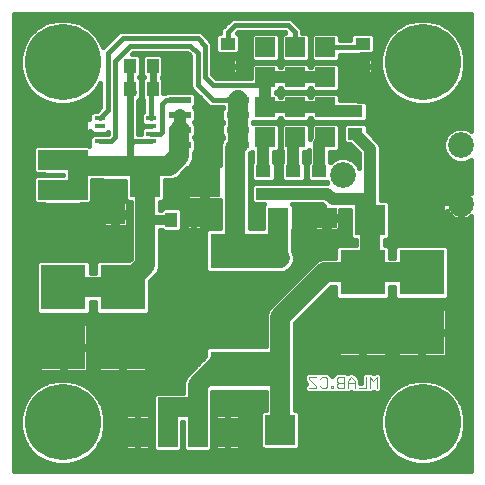
<source format=gbr>
G75*
G70*
%OFA0B0*%
%FSLAX24Y24*%
%IPPOS*%
%LPD*%
%AMOC8*
5,1,8,0,0,1.08239X$1,22.5*
%
%ADD10C,0.0030*%
%ADD11R,0.0350X0.0165*%
%ADD12R,0.0650X0.0650*%
%ADD13R,0.1004X0.0984*%
%ADD14R,0.0390X0.0510*%
%ADD15R,0.2165X0.1181*%
%ADD16R,0.0510X0.0390*%
%ADD17R,0.0669X0.0709*%
%ADD18R,0.0709X0.0669*%
%ADD19C,0.2540*%
%ADD20R,0.1500X0.1500*%
%ADD21R,0.0780X0.0220*%
%ADD22C,0.0860*%
%ADD23C,0.0160*%
%ADD24C,0.0660*%
%ADD25C,0.0320*%
%ADD26C,0.0240*%
%ADD27C,0.0400*%
%ADD28C,0.0357*%
D10*
X010392Y003320D02*
X010639Y003320D01*
X010639Y003382D01*
X010392Y003629D01*
X010392Y003690D01*
X010639Y003690D01*
X010761Y003629D02*
X010822Y003690D01*
X010946Y003690D01*
X011008Y003629D01*
X011008Y003382D01*
X010946Y003320D01*
X010822Y003320D01*
X010761Y003382D01*
X011130Y003382D02*
X011130Y003320D01*
X011192Y003320D01*
X011192Y003382D01*
X011130Y003382D01*
X011313Y003382D02*
X011375Y003320D01*
X011560Y003320D01*
X011560Y003690D01*
X011375Y003690D01*
X011313Y003629D01*
X011313Y003567D01*
X011375Y003505D01*
X011560Y003505D01*
X011681Y003505D02*
X011928Y003505D01*
X011928Y003567D02*
X011805Y003690D01*
X011681Y003567D01*
X011681Y003320D01*
X011928Y003320D02*
X011928Y003567D01*
X012050Y003320D02*
X012297Y003320D01*
X012297Y003690D01*
X012418Y003690D02*
X012418Y003320D01*
X012665Y003320D02*
X012665Y003690D01*
X012542Y003567D01*
X012418Y003690D01*
X011375Y003505D02*
X011313Y003443D01*
X011313Y003382D01*
D11*
X005115Y011546D03*
X005115Y011802D03*
X005115Y012058D03*
X005115Y012314D03*
X003412Y012314D03*
X003412Y012058D03*
X003412Y011802D03*
X003412Y011546D03*
D12*
X002680Y011930D03*
X002680Y010930D03*
X002680Y009930D03*
X002680Y008930D03*
X001680Y008930D03*
X001680Y009930D03*
X001680Y010930D03*
X001680Y011930D03*
X008930Y011680D03*
X008930Y012680D03*
X008930Y013680D03*
X009930Y013680D03*
X009930Y012680D03*
X009930Y011680D03*
X010930Y011680D03*
X010930Y012680D03*
X010930Y013680D03*
X010930Y014680D03*
X009930Y014680D03*
X008930Y014680D03*
X007680Y002680D03*
X006680Y002680D03*
X005680Y002680D03*
X005680Y001680D03*
X006680Y001680D03*
X007680Y001680D03*
X004680Y001680D03*
X004680Y002680D03*
D13*
X009436Y001930D03*
X011424Y001930D03*
X012436Y008930D03*
X014424Y008930D03*
X006924Y010180D03*
X004936Y010180D03*
D14*
X005806Y008930D03*
X006554Y008930D03*
X005179Y013305D03*
X004431Y013305D03*
X004431Y014055D03*
X005179Y014055D03*
D15*
X008180Y007899D03*
X008180Y003961D03*
D16*
X008868Y009806D03*
X008868Y010554D03*
X009868Y010554D03*
X009868Y009806D03*
X010743Y009806D03*
X010743Y010554D03*
X011930Y011806D03*
X011930Y012554D03*
X012180Y014056D03*
X012180Y014804D03*
X007680Y014804D03*
X007680Y014056D03*
D17*
X003930Y010737D03*
X003930Y009123D03*
D18*
X009373Y008993D03*
X010987Y008993D03*
D19*
X014180Y014180D03*
X014180Y002180D03*
X002180Y002180D03*
X002180Y014180D03*
D20*
X002211Y006680D03*
X004180Y006680D03*
X004180Y004680D03*
X002211Y004680D03*
X012180Y005180D03*
X014149Y005180D03*
X014149Y007180D03*
X012180Y007180D03*
D21*
X008025Y011430D03*
X008025Y011930D03*
X008025Y012430D03*
X008025Y012930D03*
X006085Y012930D03*
X006085Y012430D03*
X006085Y011930D03*
X006085Y011430D03*
D22*
X011524Y010430D03*
X015461Y009446D03*
X015461Y011414D03*
D23*
X000560Y015800D02*
X000560Y000560D01*
X015800Y000560D01*
X015800Y009063D01*
X015793Y009057D01*
X015728Y009010D01*
X015657Y008973D01*
X015580Y008948D01*
X015509Y008937D01*
X015509Y009398D01*
X015413Y009398D01*
X015413Y008937D01*
X015342Y008948D01*
X015265Y008973D01*
X015194Y009010D01*
X015129Y009057D01*
X015072Y009114D01*
X015025Y009178D01*
X015006Y009215D01*
X015006Y009010D01*
X014504Y009010D01*
X014344Y009010D01*
X014344Y008850D01*
X013842Y008850D01*
X013842Y008422D01*
X013098Y008422D01*
X013098Y008372D02*
X013098Y009488D01*
X013004Y009582D01*
X012790Y009582D01*
X012790Y011378D01*
X012735Y011510D01*
X012345Y011900D01*
X012345Y012067D01*
X012251Y012161D01*
X012014Y012161D01*
X012002Y012166D01*
X011858Y012166D01*
X011846Y012161D01*
X011609Y012161D01*
X011515Y012067D01*
X011515Y011545D01*
X011609Y011451D01*
X011776Y011451D01*
X012070Y011157D01*
X012070Y010654D01*
X012024Y010764D01*
X011858Y010930D01*
X011641Y011020D01*
X011407Y011020D01*
X011190Y010930D01*
X011116Y010857D01*
X011102Y010870D01*
X011102Y011195D01*
X011321Y011195D01*
X011415Y011289D01*
X011415Y012071D01*
X011321Y012165D01*
X010539Y012165D01*
X010445Y012071D01*
X010445Y011704D01*
X010437Y011696D01*
X010415Y011643D01*
X010415Y012071D01*
X010321Y012165D01*
X009539Y012165D01*
X009445Y012071D01*
X009445Y011289D01*
X009508Y011226D01*
X009508Y010870D01*
X009453Y010815D01*
X009453Y010293D01*
X009546Y010199D01*
X009784Y010199D01*
X009796Y010194D01*
X009939Y010194D01*
X009951Y010199D01*
X010189Y010199D01*
X010282Y010293D01*
X010282Y010815D01*
X010227Y010870D01*
X010227Y011195D01*
X010321Y011195D01*
X010383Y011256D01*
X010383Y010870D01*
X010328Y010815D01*
X010328Y010293D01*
X010421Y010199D01*
X010659Y010199D01*
X010671Y010194D01*
X010814Y010194D01*
X010826Y010199D01*
X010981Y010199D01*
X010995Y010166D01*
X008796Y010166D01*
X008784Y010161D01*
X008546Y010161D01*
X008453Y010067D01*
X008453Y009545D01*
X008546Y009451D01*
X008784Y009451D01*
X008796Y009446D01*
X008911Y009446D01*
X008859Y009393D01*
X008859Y008649D01*
X008420Y008649D01*
X008420Y011132D01*
X008440Y011152D01*
X008444Y011160D01*
X008481Y011160D01*
X008508Y011186D01*
X008508Y010870D01*
X008453Y010815D01*
X008453Y010293D01*
X008546Y010199D01*
X008784Y010199D01*
X008796Y010194D01*
X008939Y010194D01*
X008951Y010199D01*
X009189Y010199D01*
X009282Y010293D01*
X009282Y010815D01*
X009227Y010870D01*
X009227Y011195D01*
X009321Y011195D01*
X009415Y011289D01*
X009415Y012071D01*
X009321Y012165D01*
X008539Y012165D01*
X008528Y012154D01*
X008515Y012166D01*
X008515Y012194D01*
X008528Y012206D01*
X008539Y012195D01*
X009321Y012195D01*
X009415Y012289D01*
X009415Y012320D01*
X009445Y012320D01*
X009445Y012289D01*
X009539Y012195D01*
X010321Y012195D01*
X010415Y012289D01*
X010415Y012320D01*
X010445Y012320D01*
X010445Y012289D01*
X010539Y012195D01*
X010982Y012195D01*
X010984Y012194D01*
X012002Y012194D01*
X012014Y012199D01*
X012251Y012199D01*
X012345Y012293D01*
X012345Y012815D01*
X012251Y012909D01*
X012014Y012909D01*
X012002Y012914D01*
X011415Y012914D01*
X011415Y013071D01*
X011321Y013165D01*
X010539Y013165D01*
X010445Y013071D01*
X010445Y013040D01*
X010415Y013040D01*
X010415Y013071D01*
X010321Y013165D01*
X009539Y013165D01*
X009445Y013071D01*
X009445Y013040D01*
X009415Y013040D01*
X009415Y013071D01*
X009321Y013165D01*
X009290Y013165D01*
X009290Y013195D01*
X009321Y013195D01*
X009415Y013289D01*
X009415Y013320D01*
X009445Y013320D01*
X009445Y013289D01*
X009539Y013195D01*
X010321Y013195D01*
X010415Y013289D01*
X010415Y013320D01*
X010445Y013320D01*
X010445Y013289D01*
X010539Y013195D01*
X011321Y013195D01*
X011415Y013289D01*
X011415Y014071D01*
X011321Y014165D01*
X010539Y014165D01*
X010445Y014071D01*
X010445Y014040D01*
X010415Y014040D01*
X010415Y014071D01*
X010321Y014165D01*
X009539Y014165D01*
X009445Y014071D01*
X009445Y014040D01*
X009415Y014040D01*
X009415Y014071D01*
X009321Y014165D01*
X008539Y014165D01*
X008445Y014071D01*
X008445Y013670D01*
X007279Y013670D01*
X007170Y013779D01*
X007170Y014790D01*
X007133Y014878D01*
X007066Y014946D01*
X006816Y015196D01*
X006728Y015232D01*
X004132Y015232D01*
X004044Y015196D01*
X003977Y015128D01*
X003527Y014679D01*
X003513Y014732D01*
X003324Y015058D01*
X003058Y015324D01*
X002732Y015513D01*
X002368Y015610D01*
X001992Y015610D01*
X001628Y015513D01*
X001302Y015324D01*
X001036Y015058D01*
X000847Y014732D01*
X000750Y014368D01*
X000750Y013992D01*
X000847Y013628D01*
X001036Y013302D01*
X001302Y013036D01*
X001628Y012847D01*
X001992Y012750D01*
X002368Y012750D01*
X002732Y012847D01*
X003058Y013036D01*
X003324Y013302D01*
X003440Y013502D01*
X003440Y012681D01*
X003316Y012557D01*
X003171Y012557D01*
X003077Y012463D01*
X003077Y012290D01*
X003073Y012300D01*
X003050Y012323D01*
X003021Y012335D01*
X002688Y012335D01*
X002688Y011938D01*
X002672Y011938D01*
X002672Y012335D01*
X002339Y012335D01*
X002310Y012323D01*
X002287Y012300D01*
X002275Y012271D01*
X002275Y011938D01*
X002672Y011938D01*
X002672Y011922D01*
X002688Y011922D01*
X002688Y011525D01*
X003021Y011525D01*
X003050Y011537D01*
X003073Y011560D01*
X003077Y011570D01*
X003077Y011409D01*
X003071Y011415D01*
X002790Y011415D01*
X002777Y011420D01*
X001583Y011420D01*
X001570Y011415D01*
X001289Y011415D01*
X001195Y011321D01*
X001195Y011040D01*
X001190Y011027D01*
X001190Y010833D01*
X001195Y010820D01*
X001195Y010539D01*
X001289Y010445D01*
X001570Y010445D01*
X001583Y010440D01*
X002190Y010440D01*
X002190Y010420D01*
X001583Y010420D01*
X001570Y010415D01*
X001289Y010415D01*
X001195Y010321D01*
X001195Y010040D01*
X001190Y010027D01*
X001190Y009833D01*
X001195Y009820D01*
X001195Y009539D01*
X001289Y009445D01*
X001570Y009445D01*
X001583Y009440D01*
X002777Y009440D01*
X002790Y009445D01*
X003071Y009445D01*
X003165Y009539D01*
X003165Y009820D01*
X003170Y009833D01*
X003170Y010247D01*
X003505Y010247D01*
X003529Y010223D01*
X004274Y010223D01*
X004274Y009622D01*
X004368Y009528D01*
X004446Y009528D01*
X004446Y007639D01*
X004397Y007590D01*
X003364Y007590D01*
X003270Y007496D01*
X003270Y007170D01*
X003121Y007170D01*
X003121Y007496D01*
X003028Y007590D01*
X001395Y007590D01*
X001301Y007496D01*
X001301Y005864D01*
X001395Y005770D01*
X003028Y005770D01*
X003121Y005864D01*
X003121Y006190D01*
X003270Y006190D01*
X003270Y005864D01*
X003364Y005770D01*
X004996Y005770D01*
X005090Y005864D01*
X005090Y006897D01*
X005351Y007158D01*
X005426Y007338D01*
X005426Y008610D01*
X005451Y008610D01*
X005451Y008609D01*
X005545Y008515D01*
X006067Y008515D01*
X006161Y008609D01*
X006161Y009251D01*
X006067Y009345D01*
X005545Y009345D01*
X005451Y009251D01*
X005451Y009250D01*
X005426Y009250D01*
X005426Y009528D01*
X005504Y009528D01*
X005598Y009622D01*
X005598Y010247D01*
X005835Y010247D01*
X006015Y010322D01*
X006342Y010649D01*
X006342Y010260D01*
X006844Y010260D01*
X006844Y010100D01*
X006342Y010100D01*
X006342Y009672D01*
X006354Y009643D01*
X006377Y009620D01*
X006406Y009608D01*
X006844Y009608D01*
X006844Y010100D01*
X007004Y010100D01*
X007004Y009608D01*
X007440Y009608D01*
X007440Y008649D01*
X007031Y008649D01*
X006937Y008555D01*
X006937Y007242D01*
X007031Y007148D01*
X009329Y007148D01*
X009340Y007159D01*
X009381Y007159D01*
X009429Y007149D01*
X009478Y007159D01*
X009527Y007159D01*
X009573Y007177D01*
X009621Y007187D01*
X009662Y007214D01*
X009708Y007233D01*
X009742Y007268D01*
X009783Y007295D01*
X009810Y007336D01*
X009845Y007371D01*
X009864Y007416D01*
X009891Y007457D01*
X009901Y007505D01*
X009920Y007551D01*
X009920Y007600D01*
X009930Y007648D01*
X009920Y007697D01*
X009920Y007746D01*
X009901Y007791D01*
X009892Y007839D01*
X009864Y007880D01*
X009863Y007884D01*
X009863Y008567D01*
X009887Y008592D01*
X009887Y009393D01*
X009835Y009446D01*
X010842Y009446D01*
X010881Y009407D01*
X010617Y009407D01*
X010587Y009395D01*
X010565Y009372D01*
X010553Y009343D01*
X010553Y009072D01*
X010907Y009072D01*
X010907Y008913D01*
X010553Y008913D01*
X010553Y008642D01*
X010565Y008613D01*
X010587Y008590D01*
X010617Y008578D01*
X010907Y008578D01*
X010907Y008912D01*
X011067Y008912D01*
X011067Y008578D01*
X011357Y008578D01*
X011387Y008590D01*
X011409Y008613D01*
X011421Y008642D01*
X011421Y008913D01*
X011067Y008913D01*
X011067Y009072D01*
X011421Y009072D01*
X011421Y009258D01*
X011774Y009258D01*
X011774Y008372D01*
X011868Y008278D01*
X011946Y008278D01*
X011946Y008090D01*
X011364Y008090D01*
X011270Y007996D01*
X011270Y007670D01*
X010833Y007670D01*
X010652Y007595D01*
X010515Y007458D01*
X009021Y005963D01*
X008946Y005783D01*
X008946Y004712D01*
X007031Y004712D01*
X006937Y004618D01*
X005010Y004618D01*
X005010Y004632D02*
X004228Y004632D01*
X004228Y004728D01*
X005010Y004728D01*
X005010Y005446D01*
X004998Y005475D01*
X004975Y005498D01*
X004946Y005510D01*
X004228Y005510D01*
X004228Y004728D01*
X004132Y004728D01*
X004132Y005510D01*
X003414Y005510D01*
X003385Y005498D01*
X003362Y005475D01*
X003350Y005446D01*
X003350Y004728D01*
X004132Y004728D01*
X004132Y004632D01*
X004228Y004632D01*
X004228Y003850D01*
X004946Y003850D01*
X004975Y003862D01*
X004998Y003885D01*
X005010Y003914D01*
X005010Y004632D01*
X005010Y004777D02*
X008946Y004777D01*
X008946Y004935D02*
X005010Y004935D01*
X005010Y005094D02*
X008946Y005094D01*
X008946Y005252D02*
X005010Y005252D01*
X005010Y005411D02*
X008946Y005411D01*
X008946Y005569D02*
X000560Y005569D01*
X000560Y005411D02*
X001381Y005411D01*
X001381Y005446D02*
X001381Y004728D01*
X002164Y004728D01*
X002164Y005510D01*
X001446Y005510D01*
X001416Y005498D01*
X001394Y005475D01*
X001381Y005446D01*
X001381Y005252D02*
X000560Y005252D01*
X000560Y005094D02*
X001381Y005094D01*
X001381Y004935D02*
X000560Y004935D01*
X000560Y004777D02*
X001381Y004777D01*
X001381Y004632D02*
X001381Y003914D01*
X001394Y003885D01*
X001416Y003862D01*
X001446Y003850D01*
X002164Y003850D01*
X002164Y004632D01*
X002259Y004632D01*
X002259Y003850D01*
X002977Y003850D01*
X003007Y003862D01*
X003029Y003885D01*
X003041Y003914D01*
X003041Y004632D01*
X002259Y004632D01*
X002259Y004728D01*
X002164Y004728D01*
X002164Y004632D01*
X001381Y004632D01*
X001381Y004618D02*
X000560Y004618D01*
X000560Y004460D02*
X001381Y004460D01*
X001381Y004301D02*
X000560Y004301D01*
X000560Y004143D02*
X001381Y004143D01*
X001381Y003984D02*
X000560Y003984D01*
X000560Y003826D02*
X006383Y003826D01*
X006265Y003708D02*
X006190Y003527D01*
X006190Y003170D01*
X005583Y003170D01*
X005570Y003165D01*
X005289Y003165D01*
X005195Y003071D01*
X005195Y002790D01*
X005190Y002777D01*
X005190Y001583D01*
X005195Y001570D01*
X005195Y001289D01*
X005289Y001195D01*
X005570Y001195D01*
X005583Y001190D01*
X005777Y001190D01*
X005790Y001195D01*
X006071Y001195D01*
X006165Y001289D01*
X006165Y001570D01*
X006170Y001583D01*
X006170Y002190D01*
X006190Y002190D01*
X006190Y001583D01*
X006195Y001570D01*
X006195Y001289D01*
X006289Y001195D01*
X006570Y001195D01*
X006583Y001190D01*
X006777Y001190D01*
X006790Y001195D01*
X007071Y001195D01*
X007165Y001289D01*
X007165Y001570D01*
X007170Y001583D01*
X007170Y003211D01*
X008946Y003211D01*
X008946Y002582D01*
X008868Y002582D01*
X008774Y002488D01*
X008774Y001372D01*
X008868Y001278D01*
X010004Y001278D01*
X010098Y001372D01*
X010098Y002488D01*
X010004Y002582D01*
X009926Y002582D01*
X009926Y005483D01*
X011133Y006690D01*
X011270Y006690D01*
X011270Y006364D01*
X011364Y006270D01*
X012996Y006270D01*
X013090Y006364D01*
X013090Y006690D01*
X013239Y006690D01*
X013239Y006364D01*
X013332Y006270D01*
X014965Y006270D01*
X015059Y006364D01*
X015059Y007996D01*
X014965Y008090D01*
X013332Y008090D01*
X013239Y007996D01*
X013239Y007676D01*
X013090Y007676D01*
X013090Y007996D01*
X012996Y008090D01*
X012926Y008090D01*
X012926Y008278D01*
X013004Y008278D01*
X013098Y008372D01*
X012926Y008264D02*
X015800Y008264D01*
X015800Y008422D02*
X015006Y008422D01*
X015006Y008850D01*
X014504Y008850D01*
X014504Y008358D01*
X014942Y008358D01*
X014971Y008370D01*
X014994Y008393D01*
X015006Y008422D01*
X015006Y008581D02*
X015800Y008581D01*
X015800Y008739D02*
X015006Y008739D01*
X015006Y009056D02*
X015130Y009056D01*
X015006Y009215D02*
X015006Y009215D01*
X014953Y009498D02*
X014942Y009502D01*
X014504Y009502D01*
X014504Y009010D01*
X014504Y008850D01*
X014344Y008850D01*
X014344Y008358D01*
X013906Y008358D01*
X013877Y008370D01*
X013854Y008393D01*
X013842Y008422D01*
X013842Y008581D02*
X013098Y008581D01*
X013098Y008739D02*
X013842Y008739D01*
X013842Y009010D02*
X014344Y009010D01*
X014344Y009502D01*
X013906Y009502D01*
X013877Y009490D01*
X013854Y009467D01*
X013842Y009438D01*
X013842Y009010D01*
X013842Y009056D02*
X013098Y009056D01*
X013098Y008898D02*
X014344Y008898D01*
X014344Y009056D02*
X014504Y009056D01*
X014504Y008898D02*
X015800Y008898D01*
X015792Y009056D02*
X015800Y009056D01*
X015509Y009056D02*
X015413Y009056D01*
X015413Y009215D02*
X015509Y009215D01*
X015509Y009373D02*
X015413Y009373D01*
X015413Y009494D02*
X015413Y009955D01*
X015342Y009943D01*
X015265Y009918D01*
X015194Y009882D01*
X015129Y009835D01*
X015072Y009778D01*
X015025Y009713D01*
X014988Y009642D01*
X014964Y009565D01*
X014953Y009498D01*
X014958Y009532D02*
X013055Y009532D01*
X013098Y009373D02*
X013842Y009373D01*
X013842Y009215D02*
X013098Y009215D01*
X012790Y009690D02*
X015013Y009690D01*
X015148Y009849D02*
X012790Y009849D01*
X012790Y010007D02*
X015800Y010007D01*
X015728Y009882D02*
X015657Y009918D01*
X015580Y009943D01*
X015509Y009955D01*
X015509Y009494D01*
X015413Y009494D01*
X015413Y009532D02*
X015509Y009532D01*
X015509Y009690D02*
X015413Y009690D01*
X015413Y009849D02*
X015509Y009849D01*
X015728Y009882D02*
X015793Y009835D01*
X015800Y009828D01*
X015800Y010919D01*
X015795Y010914D01*
X015578Y010824D01*
X015344Y010824D01*
X015127Y010914D01*
X014961Y011080D01*
X014871Y011297D01*
X014871Y011532D01*
X014961Y011748D01*
X015127Y011914D01*
X015344Y012004D01*
X015578Y012004D01*
X015795Y011914D01*
X015800Y011910D01*
X015800Y015800D01*
X000560Y015800D01*
X000560Y015713D02*
X015800Y015713D01*
X015800Y015555D02*
X014575Y015555D01*
X014732Y015513D02*
X014368Y015610D01*
X013992Y015610D01*
X013628Y015513D01*
X013302Y015324D01*
X013036Y015058D01*
X012847Y014732D01*
X012750Y014368D01*
X012750Y013992D01*
X012847Y013628D01*
X013036Y013302D01*
X013302Y013036D01*
X013628Y012847D01*
X013992Y012750D01*
X014368Y012750D01*
X014732Y012847D01*
X015058Y013036D01*
X015324Y013302D01*
X015513Y013628D01*
X015610Y013992D01*
X015610Y014368D01*
X015513Y014732D01*
X015324Y015058D01*
X015058Y015324D01*
X014732Y015513D01*
X014934Y015396D02*
X015800Y015396D01*
X015800Y015238D02*
X015145Y015238D01*
X015303Y015079D02*
X015800Y015079D01*
X015800Y014921D02*
X015404Y014921D01*
X015495Y014762D02*
X015800Y014762D01*
X015800Y014604D02*
X015547Y014604D01*
X015589Y014445D02*
X015800Y014445D01*
X015800Y014287D02*
X015610Y014287D01*
X015610Y014128D02*
X015800Y014128D01*
X015800Y013970D02*
X015604Y013970D01*
X015562Y013811D02*
X015800Y013811D01*
X015800Y013653D02*
X015519Y013653D01*
X015435Y013494D02*
X015800Y013494D01*
X015800Y013336D02*
X015344Y013336D01*
X015199Y013177D02*
X015800Y013177D01*
X015800Y013019D02*
X015028Y013019D01*
X014754Y012860D02*
X015800Y012860D01*
X015800Y012702D02*
X012345Y012702D01*
X012345Y012543D02*
X015800Y012543D01*
X015800Y012385D02*
X012345Y012385D01*
X012278Y012226D02*
X015800Y012226D01*
X015800Y012068D02*
X012345Y012068D01*
X012345Y011909D02*
X015121Y011909D01*
X014963Y011751D02*
X012495Y011751D01*
X012653Y011592D02*
X014896Y011592D01*
X014871Y011434D02*
X012767Y011434D01*
X012790Y011275D02*
X014880Y011275D01*
X014946Y011117D02*
X012790Y011117D01*
X012790Y010958D02*
X015083Y010958D01*
X015800Y010800D02*
X012790Y010800D01*
X012790Y010641D02*
X015800Y010641D01*
X015800Y010483D02*
X012790Y010483D01*
X012790Y010324D02*
X015800Y010324D01*
X015800Y010166D02*
X012790Y010166D01*
X012070Y010800D02*
X011989Y010800D01*
X012070Y010958D02*
X011791Y010958D01*
X012070Y011117D02*
X011102Y011117D01*
X011102Y010958D02*
X011257Y010958D01*
X011401Y011275D02*
X011952Y011275D01*
X011793Y011434D02*
X011415Y011434D01*
X011415Y011592D02*
X011515Y011592D01*
X011515Y011751D02*
X011415Y011751D01*
X011415Y011909D02*
X011515Y011909D01*
X011515Y012068D02*
X011415Y012068D01*
X010508Y012226D02*
X010352Y012226D01*
X010415Y012068D02*
X010445Y012068D01*
X010445Y011909D02*
X010415Y011909D01*
X010415Y011751D02*
X010445Y011751D01*
X010383Y011117D02*
X010227Y011117D01*
X010227Y010958D02*
X010383Y010958D01*
X010328Y010800D02*
X010282Y010800D01*
X010282Y010641D02*
X010328Y010641D01*
X010328Y010483D02*
X010282Y010483D01*
X010282Y010324D02*
X010328Y010324D01*
X009453Y010324D02*
X009282Y010324D01*
X009282Y010483D02*
X009453Y010483D01*
X009453Y010641D02*
X009282Y010641D01*
X009282Y010800D02*
X009453Y010800D01*
X009508Y010958D02*
X009227Y010958D01*
X009227Y011117D02*
X009508Y011117D01*
X009459Y011275D02*
X009401Y011275D01*
X009415Y011434D02*
X009445Y011434D01*
X009445Y011592D02*
X009415Y011592D01*
X009415Y011751D02*
X009445Y011751D01*
X009445Y011909D02*
X009415Y011909D01*
X009415Y012068D02*
X009445Y012068D01*
X009508Y012226D02*
X009352Y012226D01*
X009290Y013177D02*
X013161Y013177D01*
X013016Y013336D02*
X011415Y013336D01*
X011415Y013494D02*
X012925Y013494D01*
X012841Y013653D02*
X011415Y013653D01*
X011415Y013811D02*
X011862Y013811D01*
X011857Y013816D02*
X011880Y013793D01*
X011909Y013781D01*
X012162Y013781D01*
X012162Y014038D01*
X012198Y014038D01*
X012198Y014073D01*
X012515Y014073D01*
X012515Y014267D01*
X012503Y014296D01*
X012480Y014319D01*
X012451Y014331D01*
X012198Y014331D01*
X012198Y014073D01*
X012162Y014073D01*
X012162Y014038D01*
X011845Y014038D01*
X011845Y013845D01*
X011857Y013816D01*
X011845Y013970D02*
X011415Y013970D01*
X011358Y014128D02*
X011845Y014128D01*
X011845Y014073D02*
X011845Y014267D01*
X011857Y014296D01*
X011880Y014319D01*
X011909Y014331D01*
X012162Y014331D01*
X012162Y014073D01*
X011845Y014073D01*
X011853Y014287D02*
X011413Y014287D01*
X011415Y014289D02*
X011415Y014440D01*
X012104Y014440D01*
X012125Y014449D01*
X012501Y014449D01*
X012595Y014543D01*
X012595Y015065D01*
X012501Y015159D01*
X011859Y015159D01*
X011765Y015065D01*
X011765Y014920D01*
X011415Y014920D01*
X011415Y015071D01*
X011321Y015165D01*
X010539Y015165D01*
X010445Y015071D01*
X010445Y014289D01*
X010539Y014195D01*
X011321Y014195D01*
X011415Y014289D01*
X010930Y014680D02*
X012056Y014680D01*
X012180Y014804D01*
X012116Y014445D02*
X012771Y014445D01*
X012750Y014287D02*
X012507Y014287D01*
X012515Y014128D02*
X012750Y014128D01*
X012756Y013970D02*
X012515Y013970D01*
X012515Y014038D02*
X012198Y014038D01*
X012198Y013781D01*
X012451Y013781D01*
X012480Y013793D01*
X012503Y013816D01*
X012515Y013845D01*
X012515Y014038D01*
X012498Y013811D02*
X012798Y013811D01*
X012198Y013811D02*
X012162Y013811D01*
X012162Y013970D02*
X012198Y013970D01*
X012198Y014128D02*
X012162Y014128D01*
X012162Y014287D02*
X012198Y014287D01*
X012595Y014604D02*
X012813Y014604D01*
X012865Y014762D02*
X012595Y014762D01*
X012595Y014921D02*
X012956Y014921D01*
X013057Y015079D02*
X012581Y015079D01*
X013215Y015238D02*
X010166Y015238D01*
X010170Y015228D02*
X010133Y015316D01*
X010066Y015383D01*
X009816Y015633D01*
X009728Y015670D01*
X007882Y015670D01*
X007794Y015633D01*
X007544Y015383D01*
X007477Y015316D01*
X007440Y015228D01*
X007440Y015159D01*
X007359Y015159D01*
X007265Y015065D01*
X007265Y014543D01*
X007359Y014449D01*
X008001Y014449D01*
X008095Y014543D01*
X008095Y015065D01*
X008001Y015159D01*
X007998Y015159D01*
X008029Y015190D01*
X009581Y015190D01*
X009606Y015165D01*
X009539Y015165D01*
X009445Y015071D01*
X009445Y014289D01*
X009539Y014195D01*
X010321Y014195D01*
X010415Y014289D01*
X010415Y015071D01*
X010321Y015165D01*
X010170Y015165D01*
X010170Y015228D01*
X010053Y015396D02*
X013426Y015396D01*
X013785Y015555D02*
X009895Y015555D01*
X009680Y015430D02*
X009930Y015180D01*
X009930Y014680D01*
X009445Y014604D02*
X009415Y014604D01*
X009415Y014762D02*
X009445Y014762D01*
X009445Y014921D02*
X009415Y014921D01*
X009415Y015071D02*
X009321Y015165D01*
X008539Y015165D01*
X008445Y015071D01*
X008445Y014289D01*
X008539Y014195D01*
X009321Y014195D01*
X009415Y014289D01*
X009415Y015071D01*
X009407Y015079D02*
X009453Y015079D01*
X009680Y015430D02*
X008430Y015430D01*
X007930Y015430D01*
X007680Y015180D01*
X007680Y014804D01*
X007554Y014804D01*
X007265Y014762D02*
X007170Y014762D01*
X007170Y014604D02*
X007265Y014604D01*
X007170Y014445D02*
X008445Y014445D01*
X008447Y014287D02*
X008007Y014287D01*
X008003Y014296D02*
X007980Y014319D01*
X007951Y014331D01*
X007698Y014331D01*
X007698Y014073D01*
X008015Y014073D01*
X008015Y014267D01*
X008003Y014296D01*
X008015Y014128D02*
X008502Y014128D01*
X008445Y013970D02*
X008015Y013970D01*
X008015Y014038D02*
X007698Y014038D01*
X007698Y014073D01*
X007662Y014073D01*
X007662Y014038D01*
X007698Y014038D01*
X007698Y013781D01*
X007951Y013781D01*
X007980Y013793D01*
X008003Y013816D01*
X008015Y013845D01*
X008015Y014038D01*
X007998Y013811D02*
X008445Y013811D01*
X008680Y013430D02*
X008930Y013680D01*
X008680Y013430D02*
X007180Y013430D01*
X006930Y013680D01*
X006930Y014743D01*
X006680Y014993D01*
X006180Y014993D01*
X004180Y014993D01*
X003680Y014493D01*
X003680Y014180D01*
X003680Y013680D01*
X003680Y012582D01*
X003412Y012314D01*
X003077Y012385D02*
X000560Y012385D01*
X000560Y012543D02*
X003157Y012543D01*
X003440Y012702D02*
X000560Y012702D01*
X000560Y012860D02*
X001606Y012860D01*
X001332Y013019D02*
X000560Y013019D01*
X000560Y013177D02*
X001161Y013177D01*
X001016Y013336D02*
X000560Y013336D01*
X000560Y013494D02*
X000925Y013494D01*
X000841Y013653D02*
X000560Y013653D01*
X000560Y013811D02*
X000798Y013811D01*
X000756Y013970D02*
X000560Y013970D01*
X000560Y014128D02*
X000750Y014128D01*
X000750Y014287D02*
X000560Y014287D01*
X000560Y014445D02*
X000771Y014445D01*
X000813Y014604D02*
X000560Y014604D01*
X000560Y014762D02*
X000865Y014762D01*
X000956Y014921D02*
X000560Y014921D01*
X000560Y015079D02*
X001057Y015079D01*
X001215Y015238D02*
X000560Y015238D01*
X000560Y015396D02*
X001426Y015396D01*
X001785Y015555D02*
X000560Y015555D01*
X002575Y015555D02*
X007715Y015555D01*
X007557Y015396D02*
X002934Y015396D01*
X003145Y015238D02*
X007444Y015238D01*
X007279Y015079D02*
X006933Y015079D01*
X007091Y014921D02*
X007265Y014921D01*
X007409Y014331D02*
X007380Y014319D01*
X007357Y014296D01*
X007345Y014267D01*
X007345Y014073D01*
X007662Y014073D01*
X007662Y014331D01*
X007409Y014331D01*
X007353Y014287D02*
X007170Y014287D01*
X007170Y014128D02*
X007345Y014128D01*
X007345Y014038D02*
X007345Y013845D01*
X007357Y013816D01*
X007380Y013793D01*
X007409Y013781D01*
X007662Y013781D01*
X007662Y014038D01*
X007345Y014038D01*
X007345Y013970D02*
X007170Y013970D01*
X007170Y013811D02*
X007362Y013811D01*
X007662Y013811D02*
X007698Y013811D01*
X007698Y013970D02*
X007662Y013970D01*
X007662Y014128D02*
X007698Y014128D01*
X007698Y014287D02*
X007662Y014287D01*
X008095Y014604D02*
X008445Y014604D01*
X008445Y014762D02*
X008095Y014762D01*
X008095Y014921D02*
X008445Y014921D01*
X008453Y015079D02*
X008081Y015079D01*
X006680Y014493D02*
X006680Y013430D01*
X006930Y013180D01*
X007180Y012930D01*
X008025Y012930D01*
X007535Y012690D02*
X007535Y012666D01*
X007475Y012606D01*
X007475Y012254D01*
X007535Y012194D01*
X007535Y012166D01*
X007475Y012106D01*
X007475Y011754D01*
X007535Y011694D01*
X007535Y011666D01*
X007475Y011606D01*
X007475Y011517D01*
X007440Y011432D01*
X007440Y010752D01*
X007004Y010752D01*
X007004Y010260D01*
X006844Y010260D01*
X006844Y010752D01*
X006445Y010752D01*
X006470Y010777D01*
X006545Y010958D01*
X007440Y010958D01*
X007440Y010800D02*
X006480Y010800D01*
X006545Y010958D02*
X006545Y011164D01*
X006635Y011254D01*
X006635Y011606D01*
X006561Y011680D01*
X006635Y011754D01*
X006635Y012106D01*
X006561Y012180D01*
X006635Y012254D01*
X006635Y012606D01*
X006561Y012680D01*
X006635Y012754D01*
X006635Y013106D01*
X006541Y013200D01*
X005629Y013200D01*
X005599Y013170D01*
X005570Y013170D01*
X005534Y013155D01*
X005534Y013626D01*
X005480Y013680D01*
X005534Y013734D01*
X005534Y014376D01*
X005440Y014470D01*
X004918Y014470D01*
X004824Y014376D01*
X004824Y013734D01*
X004878Y013680D01*
X004824Y013626D01*
X004824Y012984D01*
X004875Y012933D01*
X004875Y012557D01*
X004874Y012557D01*
X004780Y012463D01*
X004780Y012165D01*
X004860Y012085D01*
X004860Y012058D01*
X005115Y012058D01*
X005115Y012058D01*
X004860Y012058D01*
X004860Y012031D01*
X004780Y011951D01*
X004780Y011786D01*
X004710Y011786D01*
X004710Y012908D01*
X004786Y012984D01*
X004786Y013109D01*
X004796Y013134D01*
X004796Y013230D01*
X004786Y013253D01*
X004786Y013626D01*
X004732Y013680D01*
X004786Y013734D01*
X004786Y014376D01*
X004692Y014470D01*
X004497Y014470D01*
X004529Y014503D01*
X006331Y014503D01*
X006440Y014393D01*
X006440Y013382D01*
X006477Y013294D01*
X006727Y013044D01*
X006977Y012794D01*
X007044Y012727D01*
X007132Y012690D01*
X007535Y012690D01*
X007475Y012543D02*
X006635Y012543D01*
X006635Y012385D02*
X007475Y012385D01*
X007503Y012226D02*
X006607Y012226D01*
X006635Y012068D02*
X007475Y012068D01*
X007475Y011909D02*
X006635Y011909D01*
X006632Y011751D02*
X007478Y011751D01*
X007475Y011592D02*
X006635Y011592D01*
X006635Y011434D02*
X007440Y011434D01*
X007440Y011275D02*
X006635Y011275D01*
X006545Y011117D02*
X007440Y011117D01*
X007004Y010641D02*
X006844Y010641D01*
X006844Y010483D02*
X007004Y010483D01*
X007004Y010324D02*
X006844Y010324D01*
X006844Y010166D02*
X005598Y010166D01*
X005598Y010007D02*
X006342Y010007D01*
X006342Y009849D02*
X005598Y009849D01*
X005598Y009690D02*
X006342Y009690D01*
X006343Y009265D02*
X006314Y009253D01*
X006291Y009230D01*
X006279Y009201D01*
X006279Y008948D01*
X006537Y008948D01*
X006537Y009265D01*
X006343Y009265D01*
X006285Y009215D02*
X006161Y009215D01*
X006161Y009056D02*
X006279Y009056D01*
X006279Y008912D02*
X006279Y008659D01*
X006291Y008630D01*
X006314Y008607D01*
X006343Y008595D01*
X006537Y008595D01*
X006537Y008912D01*
X006572Y008912D01*
X006572Y008948D01*
X006537Y008948D01*
X006537Y008912D01*
X006279Y008912D01*
X006279Y008898D02*
X006161Y008898D01*
X006161Y008739D02*
X006279Y008739D01*
X006133Y008581D02*
X006963Y008581D01*
X006817Y008630D02*
X006794Y008607D01*
X006765Y008595D01*
X006572Y008595D01*
X006572Y008912D01*
X006829Y008912D01*
X006829Y008659D01*
X006817Y008630D01*
X006829Y008739D02*
X007440Y008739D01*
X007440Y008898D02*
X006829Y008898D01*
X006829Y008948D02*
X006829Y009201D01*
X006817Y009230D01*
X006794Y009253D01*
X006765Y009265D01*
X006572Y009265D01*
X006572Y008948D01*
X006829Y008948D01*
X006829Y009056D02*
X007440Y009056D01*
X007440Y009215D02*
X006823Y009215D01*
X006572Y009215D02*
X006537Y009215D01*
X006537Y009056D02*
X006572Y009056D01*
X006572Y008898D02*
X006537Y008898D01*
X006537Y008739D02*
X006572Y008739D01*
X006937Y008422D02*
X005426Y008422D01*
X005426Y008264D02*
X006937Y008264D01*
X006937Y008105D02*
X005426Y008105D01*
X005426Y007947D02*
X006937Y007947D01*
X006937Y007788D02*
X005426Y007788D01*
X005426Y007630D02*
X006937Y007630D01*
X006937Y007471D02*
X005426Y007471D01*
X005415Y007313D02*
X006937Y007313D01*
X007025Y007154D02*
X005347Y007154D01*
X005188Y006996D02*
X010053Y006996D01*
X010211Y007154D02*
X009455Y007154D01*
X009404Y007154D02*
X009335Y007154D01*
X009795Y007313D02*
X010370Y007313D01*
X010528Y007471D02*
X009894Y007471D01*
X009926Y007630D02*
X010735Y007630D01*
X011270Y007788D02*
X009903Y007788D01*
X009863Y007947D02*
X011270Y007947D01*
X011364Y008581D02*
X011774Y008581D01*
X011774Y008739D02*
X011421Y008739D01*
X011421Y008898D02*
X011774Y008898D01*
X011774Y009056D02*
X011067Y009056D01*
X011067Y008898D02*
X010907Y008898D01*
X010907Y009056D02*
X009887Y009056D01*
X009887Y008898D02*
X010553Y008898D01*
X010553Y008739D02*
X009887Y008739D01*
X009876Y008581D02*
X010610Y008581D01*
X010907Y008581D02*
X011067Y008581D01*
X011067Y008739D02*
X010907Y008739D01*
X010553Y009215D02*
X009887Y009215D01*
X009887Y009373D02*
X010565Y009373D01*
X011421Y009215D02*
X011774Y009215D01*
X011774Y008422D02*
X009863Y008422D01*
X009863Y008264D02*
X011946Y008264D01*
X011946Y008105D02*
X009863Y008105D01*
X008859Y008739D02*
X008420Y008739D01*
X008420Y008898D02*
X008859Y008898D01*
X008859Y009056D02*
X008420Y009056D01*
X008420Y009215D02*
X008859Y009215D01*
X008859Y009373D02*
X008420Y009373D01*
X008420Y009532D02*
X008466Y009532D01*
X008453Y009690D02*
X008420Y009690D01*
X008420Y009849D02*
X008453Y009849D01*
X008453Y010007D02*
X008420Y010007D01*
X008420Y010166D02*
X008795Y010166D01*
X008453Y010324D02*
X008420Y010324D01*
X008420Y010483D02*
X008453Y010483D01*
X008453Y010641D02*
X008420Y010641D01*
X008420Y010800D02*
X008453Y010800D01*
X008420Y010958D02*
X008508Y010958D01*
X008508Y011117D02*
X008420Y011117D01*
X007004Y010007D02*
X006844Y010007D01*
X006844Y009849D02*
X007004Y009849D01*
X007004Y009690D02*
X006844Y009690D01*
X007440Y009532D02*
X005508Y009532D01*
X005426Y009373D02*
X007440Y009373D01*
X006342Y010324D02*
X006017Y010324D01*
X006175Y010483D02*
X006342Y010483D01*
X006334Y010641D02*
X006342Y010641D01*
X005930Y010930D02*
X004930Y010930D01*
X004930Y010737D02*
X004936Y010731D01*
X004936Y010180D01*
X004274Y010166D02*
X003170Y010166D01*
X003170Y010007D02*
X004274Y010007D01*
X004274Y009849D02*
X003170Y009849D01*
X003165Y009690D02*
X004274Y009690D01*
X004281Y009557D02*
X004010Y009557D01*
X004010Y009203D01*
X003850Y009203D01*
X003850Y009557D01*
X003579Y009557D01*
X003550Y009545D01*
X003528Y009523D01*
X003515Y009493D01*
X003515Y009203D01*
X003850Y009203D01*
X003850Y009043D01*
X003515Y009043D01*
X003515Y008753D01*
X003528Y008723D01*
X003550Y008701D01*
X003579Y008689D01*
X003850Y008689D01*
X003850Y009043D01*
X004010Y009043D01*
X004010Y009203D01*
X004345Y009203D01*
X004345Y009493D01*
X004332Y009523D01*
X004310Y009545D01*
X004281Y009557D01*
X004324Y009532D02*
X004364Y009532D01*
X004345Y009373D02*
X004446Y009373D01*
X004446Y009215D02*
X004345Y009215D01*
X004345Y009043D02*
X004010Y009043D01*
X004010Y008689D01*
X004281Y008689D01*
X004310Y008701D01*
X004332Y008723D01*
X004345Y008753D01*
X004345Y009043D01*
X004446Y009056D02*
X004010Y009056D01*
X004010Y008898D02*
X003850Y008898D01*
X003850Y009056D02*
X003085Y009056D01*
X003085Y008938D02*
X003085Y009271D01*
X003073Y009300D01*
X003050Y009323D01*
X003021Y009335D01*
X002688Y009335D01*
X002688Y008938D01*
X002672Y008938D01*
X002672Y009335D01*
X002339Y009335D01*
X002310Y009323D01*
X002287Y009300D01*
X002275Y009271D01*
X002275Y008938D01*
X002672Y008938D01*
X002672Y008922D01*
X002688Y008922D01*
X002688Y008938D01*
X003085Y008938D01*
X003085Y008922D02*
X002688Y008922D01*
X002688Y008525D01*
X003021Y008525D01*
X003050Y008537D01*
X003073Y008560D01*
X003085Y008589D01*
X003085Y008922D01*
X003085Y008898D02*
X003515Y008898D01*
X003521Y008739D02*
X003085Y008739D01*
X003081Y008581D02*
X004446Y008581D01*
X004446Y008739D02*
X004339Y008739D01*
X004345Y008898D02*
X004446Y008898D01*
X004010Y008739D02*
X003850Y008739D01*
X003850Y009215D02*
X004010Y009215D01*
X004010Y009373D02*
X003850Y009373D01*
X003850Y009532D02*
X004010Y009532D01*
X003536Y009532D02*
X003158Y009532D01*
X003085Y009215D02*
X003515Y009215D01*
X003515Y009373D02*
X000560Y009373D01*
X000560Y009215D02*
X001275Y009215D01*
X001275Y009271D02*
X001275Y008938D01*
X001672Y008938D01*
X001672Y009335D01*
X001339Y009335D01*
X001310Y009323D01*
X001287Y009300D01*
X001275Y009271D01*
X001275Y009056D02*
X000560Y009056D01*
X000560Y008898D02*
X001275Y008898D01*
X001275Y008922D02*
X001275Y008589D01*
X001287Y008560D01*
X001310Y008537D01*
X001339Y008525D01*
X001672Y008525D01*
X001672Y008922D01*
X001688Y008922D01*
X001688Y008938D01*
X001672Y008938D01*
X001672Y008922D01*
X001275Y008922D01*
X001275Y008739D02*
X000560Y008739D01*
X000560Y008581D02*
X001279Y008581D01*
X001672Y008581D02*
X001688Y008581D01*
X001688Y008525D02*
X002021Y008525D01*
X002050Y008537D01*
X002073Y008560D01*
X002085Y008589D01*
X002085Y008922D01*
X001688Y008922D01*
X001688Y008525D01*
X001672Y008739D02*
X001688Y008739D01*
X001672Y008898D02*
X001688Y008898D01*
X001688Y008938D02*
X002085Y008938D01*
X002085Y009271D01*
X002073Y009300D01*
X002050Y009323D01*
X002021Y009335D01*
X001688Y009335D01*
X001688Y008938D01*
X001688Y009056D02*
X001672Y009056D01*
X001672Y009215D02*
X001688Y009215D01*
X001202Y009532D02*
X000560Y009532D01*
X000560Y009690D02*
X001195Y009690D01*
X001190Y009849D02*
X000560Y009849D01*
X000560Y010007D02*
X001190Y010007D01*
X001195Y010166D02*
X000560Y010166D01*
X000560Y010324D02*
X001198Y010324D01*
X001251Y010483D02*
X000560Y010483D01*
X000560Y010641D02*
X001195Y010641D01*
X001195Y010800D02*
X000560Y010800D01*
X000560Y010958D02*
X001190Y010958D01*
X001195Y011117D02*
X000560Y011117D01*
X000560Y011275D02*
X001195Y011275D01*
X001310Y011537D02*
X001339Y011525D01*
X001672Y011525D01*
X001672Y011922D01*
X001688Y011922D01*
X001688Y011938D01*
X001672Y011938D01*
X001672Y012335D01*
X001339Y012335D01*
X001310Y012323D01*
X001287Y012300D01*
X001275Y012271D01*
X001275Y011938D01*
X001672Y011938D01*
X001672Y011922D01*
X001275Y011922D01*
X001275Y011589D01*
X001287Y011560D01*
X001310Y011537D01*
X001275Y011592D02*
X000560Y011592D01*
X000560Y011434D02*
X003077Y011434D01*
X003085Y011703D02*
X003085Y011901D01*
X003157Y011829D01*
X003157Y011802D01*
X003157Y011775D01*
X003085Y011703D01*
X003085Y011751D02*
X003133Y011751D01*
X003157Y011802D02*
X003412Y011802D01*
X003412Y011802D01*
X003157Y011802D01*
X003412Y011802D02*
X002680Y011802D01*
X002680Y011930D01*
X002672Y011922D02*
X002672Y011525D01*
X002339Y011525D01*
X002310Y011537D01*
X002287Y011560D01*
X002275Y011589D01*
X002275Y011922D01*
X002672Y011922D01*
X002672Y011909D02*
X002688Y011909D01*
X002672Y011751D02*
X002688Y011751D01*
X002672Y011592D02*
X002688Y011592D01*
X002275Y011592D02*
X002085Y011592D01*
X002085Y011589D02*
X002085Y011922D01*
X001688Y011922D01*
X001688Y011525D01*
X002021Y011525D01*
X002050Y011537D01*
X002073Y011560D01*
X002085Y011589D01*
X002085Y011751D02*
X002275Y011751D01*
X002275Y011909D02*
X002085Y011909D01*
X002085Y011938D02*
X002085Y012271D01*
X002073Y012300D01*
X002050Y012323D01*
X002021Y012335D01*
X001688Y012335D01*
X001688Y011938D01*
X002085Y011938D01*
X002085Y012068D02*
X002275Y012068D01*
X002275Y012226D02*
X002085Y012226D01*
X001688Y012226D02*
X001672Y012226D01*
X001672Y012068D02*
X001688Y012068D01*
X001672Y011909D02*
X001688Y011909D01*
X001672Y011751D02*
X001688Y011751D01*
X001672Y011592D02*
X001688Y011592D01*
X001275Y011751D02*
X000560Y011751D01*
X000560Y011909D02*
X001275Y011909D01*
X001275Y012068D02*
X000560Y012068D01*
X000560Y012226D02*
X001275Y012226D01*
X002672Y012226D02*
X002688Y012226D01*
X002672Y012068D02*
X002688Y012068D01*
X003412Y011802D02*
X003667Y011802D01*
X003667Y011786D01*
X003690Y011786D01*
X003690Y011852D01*
X003667Y011829D01*
X003667Y011802D01*
X003412Y011802D01*
X003412Y011802D01*
X003412Y011546D02*
X003796Y011546D01*
X003805Y011555D01*
X003930Y011680D01*
X003930Y014243D01*
X004180Y014493D01*
X004430Y014743D01*
X005618Y014743D01*
X006430Y014743D01*
X006680Y014493D01*
X006440Y014287D02*
X005534Y014287D01*
X005534Y014128D02*
X006440Y014128D01*
X006440Y013970D02*
X005534Y013970D01*
X005534Y013811D02*
X006440Y013811D01*
X006440Y013653D02*
X005508Y013653D01*
X005534Y013494D02*
X006440Y013494D01*
X006459Y013336D02*
X005534Y013336D01*
X005534Y013177D02*
X005606Y013177D01*
X005618Y012930D02*
X006085Y012930D01*
X006564Y013177D02*
X006594Y013177D01*
X006635Y013019D02*
X006752Y013019D01*
X006635Y012860D02*
X006911Y012860D01*
X006977Y012794D02*
X006977Y012794D01*
X007104Y012702D02*
X006583Y012702D01*
X005618Y012930D02*
X005493Y012805D01*
X005493Y011868D01*
X005427Y011802D01*
X005115Y011802D01*
X005115Y011546D02*
X005046Y011546D01*
X004546Y011546D01*
X004430Y011430D01*
X004710Y011909D02*
X004780Y011909D01*
X004710Y012068D02*
X004860Y012068D01*
X004780Y012226D02*
X004710Y012226D01*
X004710Y012385D02*
X004780Y012385D01*
X004710Y012543D02*
X004860Y012543D01*
X004875Y012702D02*
X004710Y012702D01*
X004710Y012860D02*
X004875Y012860D01*
X004824Y013019D02*
X004786Y013019D01*
X004796Y013177D02*
X004824Y013177D01*
X004824Y013336D02*
X004786Y013336D01*
X004786Y013494D02*
X004824Y013494D01*
X004850Y013653D02*
X004760Y013653D01*
X004786Y013811D02*
X004824Y013811D01*
X004824Y013970D02*
X004786Y013970D01*
X004786Y014128D02*
X004824Y014128D01*
X004824Y014287D02*
X004786Y014287D01*
X004717Y014445D02*
X004893Y014445D01*
X005465Y014445D02*
X006388Y014445D01*
X005179Y013305D02*
X005115Y013241D01*
X005115Y012314D01*
X004556Y013181D02*
X004431Y013305D01*
X003440Y013336D02*
X003344Y013336D01*
X003435Y013494D02*
X003440Y013494D01*
X003440Y013177D02*
X003199Y013177D01*
X003028Y013019D02*
X003440Y013019D01*
X003440Y012860D02*
X002754Y012860D01*
X003495Y014762D02*
X003610Y014762D01*
X003769Y014921D02*
X003404Y014921D01*
X003303Y015079D02*
X003927Y015079D01*
X009358Y014128D02*
X009502Y014128D01*
X009447Y014287D02*
X009413Y014287D01*
X009415Y014445D02*
X009445Y014445D01*
X010358Y014128D02*
X010502Y014128D01*
X010447Y014287D02*
X010413Y014287D01*
X010415Y014445D02*
X010445Y014445D01*
X010445Y014604D02*
X010415Y014604D01*
X010415Y014762D02*
X010445Y014762D01*
X010445Y014921D02*
X010415Y014921D01*
X010407Y015079D02*
X010453Y015079D01*
X011407Y015079D02*
X011779Y015079D01*
X011765Y014921D02*
X011415Y014921D01*
X011415Y013019D02*
X013332Y013019D01*
X013606Y012860D02*
X012300Y012860D01*
X015774Y009849D02*
X015800Y009849D01*
X014504Y009373D02*
X014344Y009373D01*
X014344Y009215D02*
X014504Y009215D01*
X014504Y008739D02*
X014344Y008739D01*
X014344Y008581D02*
X014504Y008581D01*
X014504Y008422D02*
X014344Y008422D01*
X015059Y007947D02*
X015800Y007947D01*
X015800Y008105D02*
X012926Y008105D01*
X013090Y007947D02*
X013239Y007947D01*
X013239Y007788D02*
X013090Y007788D01*
X013090Y006679D02*
X013239Y006679D01*
X013239Y006520D02*
X013090Y006520D01*
X013088Y006362D02*
X013241Y006362D01*
X013383Y006010D02*
X013353Y005998D01*
X013331Y005975D01*
X013319Y005946D01*
X013319Y005228D01*
X014101Y005228D01*
X014101Y006010D01*
X013383Y006010D01*
X013319Y005886D02*
X013010Y005886D01*
X013010Y005946D02*
X012998Y005975D01*
X012975Y005998D01*
X012946Y006010D01*
X012228Y006010D01*
X012228Y005228D01*
X012132Y005228D01*
X012132Y006010D01*
X011414Y006010D01*
X011385Y005998D01*
X011362Y005975D01*
X011350Y005946D01*
X011350Y005228D01*
X012132Y005228D01*
X012132Y005132D01*
X011350Y005132D01*
X011350Y004414D01*
X011362Y004385D01*
X011385Y004362D01*
X011414Y004350D01*
X012132Y004350D01*
X012132Y005132D01*
X012228Y005132D01*
X012228Y005228D01*
X013010Y005228D01*
X013010Y005946D01*
X013010Y005728D02*
X013319Y005728D01*
X013319Y005569D02*
X013010Y005569D01*
X013010Y005411D02*
X013319Y005411D01*
X013319Y005252D02*
X013010Y005252D01*
X013010Y005132D02*
X012228Y005132D01*
X012228Y004350D01*
X012946Y004350D01*
X012975Y004362D01*
X012998Y004385D01*
X013010Y004414D01*
X013010Y005132D01*
X013010Y005094D02*
X013319Y005094D01*
X013319Y005132D02*
X013319Y004414D01*
X013331Y004385D01*
X013353Y004362D01*
X013383Y004350D01*
X014101Y004350D01*
X014101Y005132D01*
X014196Y005132D01*
X014196Y004350D01*
X014914Y004350D01*
X014944Y004362D01*
X014966Y004385D01*
X014979Y004414D01*
X014979Y005132D01*
X014196Y005132D01*
X014196Y005228D01*
X014101Y005228D01*
X014101Y005132D01*
X013319Y005132D01*
X013319Y004935D02*
X013010Y004935D01*
X013010Y004777D02*
X013319Y004777D01*
X013319Y004618D02*
X013010Y004618D01*
X013010Y004460D02*
X013319Y004460D01*
X012737Y003865D02*
X012593Y003865D01*
X012542Y003814D01*
X012491Y003865D01*
X012224Y003865D01*
X012122Y003763D01*
X012122Y003495D01*
X012103Y003495D01*
X012103Y003639D01*
X011980Y003763D01*
X011877Y003865D01*
X011732Y003865D01*
X011682Y003815D01*
X011633Y003865D01*
X011302Y003865D01*
X011241Y003804D01*
X011160Y003723D01*
X011121Y003763D01*
X011102Y003782D01*
X011018Y003865D01*
X010947Y003865D01*
X010873Y003865D01*
X010750Y003865D01*
X010731Y003846D01*
X010712Y003865D01*
X010320Y003865D01*
X010217Y003763D01*
X010217Y003556D01*
X010299Y003474D01*
X010217Y003392D01*
X010217Y003248D01*
X010320Y003145D01*
X010712Y003145D01*
X010731Y003164D01*
X010750Y003145D01*
X010823Y003145D01*
X011018Y003145D01*
X011038Y003165D01*
X011058Y003145D01*
X011264Y003145D01*
X011283Y003164D01*
X011301Y003146D01*
X011302Y003145D01*
X011302Y003145D01*
X011374Y003145D01*
X011754Y003145D01*
X011805Y003196D01*
X011856Y003145D01*
X012491Y003145D01*
X012542Y003196D01*
X012593Y003145D01*
X012737Y003145D01*
X012840Y003248D01*
X012840Y003763D01*
X012737Y003865D01*
X012777Y003826D02*
X015800Y003826D01*
X015800Y003984D02*
X009926Y003984D01*
X009926Y003826D02*
X010280Y003826D01*
X010217Y003667D02*
X009926Y003667D01*
X009926Y003509D02*
X010265Y003509D01*
X010217Y003350D02*
X009926Y003350D01*
X009926Y003192D02*
X010273Y003192D01*
X009926Y003033D02*
X013021Y003033D01*
X013036Y003058D02*
X012847Y002732D01*
X012750Y002368D01*
X012750Y001992D01*
X012847Y001628D01*
X013036Y001302D01*
X013302Y001036D01*
X013628Y000847D01*
X013992Y000750D01*
X014368Y000750D01*
X014732Y000847D01*
X015058Y001036D01*
X015324Y001302D01*
X015513Y001628D01*
X015610Y001992D01*
X015610Y002368D01*
X015513Y002732D01*
X015324Y003058D01*
X015058Y003324D01*
X014732Y003513D01*
X014368Y003610D01*
X013992Y003610D01*
X013628Y003513D01*
X013302Y003324D01*
X013036Y003058D01*
X013169Y003192D02*
X012784Y003192D01*
X012840Y003350D02*
X013347Y003350D01*
X013621Y003509D02*
X012840Y003509D01*
X012840Y003667D02*
X015800Y003667D01*
X015800Y003509D02*
X014739Y003509D01*
X015013Y003350D02*
X015800Y003350D01*
X015800Y003192D02*
X015191Y003192D01*
X015339Y003033D02*
X015800Y003033D01*
X015800Y002875D02*
X015430Y002875D01*
X015517Y002716D02*
X015800Y002716D01*
X015800Y002558D02*
X015559Y002558D01*
X015602Y002399D02*
X015800Y002399D01*
X015800Y002241D02*
X015610Y002241D01*
X015610Y002082D02*
X015800Y002082D01*
X015800Y001924D02*
X015592Y001924D01*
X015549Y001765D02*
X015800Y001765D01*
X015800Y001607D02*
X015500Y001607D01*
X015409Y001448D02*
X015800Y001448D01*
X015800Y001290D02*
X015312Y001290D01*
X015153Y001131D02*
X015800Y001131D01*
X015800Y000973D02*
X014949Y000973D01*
X014607Y000814D02*
X015800Y000814D01*
X015800Y000656D02*
X000560Y000656D01*
X000560Y000814D02*
X001753Y000814D01*
X001628Y000847D02*
X001992Y000750D01*
X002368Y000750D01*
X002732Y000847D01*
X003058Y001036D01*
X003324Y001302D01*
X003513Y001628D01*
X003610Y001992D01*
X003610Y002368D01*
X003513Y002732D01*
X003324Y003058D01*
X003058Y003324D01*
X002732Y003513D01*
X002368Y003610D01*
X001992Y003610D01*
X001628Y003513D01*
X001302Y003324D01*
X001036Y003058D01*
X000847Y002732D01*
X000750Y002368D01*
X000750Y001992D01*
X000847Y001628D01*
X001036Y001302D01*
X001302Y001036D01*
X001628Y000847D01*
X001411Y000973D02*
X000560Y000973D01*
X000560Y001131D02*
X001207Y001131D01*
X001048Y001290D02*
X000560Y001290D01*
X000560Y001448D02*
X000951Y001448D01*
X000860Y001607D02*
X000560Y001607D01*
X000560Y001765D02*
X000811Y001765D01*
X000768Y001924D02*
X000560Y001924D01*
X000560Y002082D02*
X000750Y002082D01*
X000750Y002241D02*
X000560Y002241D01*
X000560Y002399D02*
X000758Y002399D01*
X000801Y002558D02*
X000560Y002558D01*
X000560Y002716D02*
X000843Y002716D01*
X000930Y002875D02*
X000560Y002875D01*
X000560Y003033D02*
X001021Y003033D01*
X001169Y003192D02*
X000560Y003192D01*
X000560Y003350D02*
X001347Y003350D01*
X001621Y003509D02*
X000560Y003509D01*
X000560Y003667D02*
X006248Y003667D01*
X006265Y003708D02*
X006937Y004380D01*
X006937Y004618D01*
X006937Y004460D02*
X005010Y004460D01*
X005010Y004301D02*
X006858Y004301D01*
X006700Y004143D02*
X005010Y004143D01*
X005010Y003984D02*
X006541Y003984D01*
X006190Y003509D02*
X002739Y003509D01*
X003013Y003350D02*
X006190Y003350D01*
X006190Y003192D02*
X003191Y003192D01*
X003339Y003033D02*
X004280Y003033D01*
X004275Y003021D02*
X004275Y002688D01*
X004672Y002688D01*
X004672Y003085D01*
X004339Y003085D01*
X004310Y003073D01*
X004287Y003050D01*
X004275Y003021D01*
X004275Y002875D02*
X003430Y002875D01*
X003517Y002716D02*
X004275Y002716D01*
X004275Y002672D02*
X004275Y002339D01*
X004287Y002310D01*
X004310Y002287D01*
X004339Y002275D01*
X004672Y002275D01*
X004672Y002672D01*
X004275Y002672D01*
X004275Y002558D02*
X003559Y002558D01*
X003602Y002399D02*
X004275Y002399D01*
X004339Y002085D02*
X004310Y002073D01*
X004287Y002050D01*
X004275Y002021D01*
X004275Y001688D01*
X004672Y001688D01*
X004672Y002085D01*
X004339Y002085D01*
X004332Y002082D02*
X003610Y002082D01*
X003610Y002241D02*
X005190Y002241D01*
X005073Y002310D02*
X005085Y002339D01*
X005085Y002672D01*
X004688Y002672D01*
X004688Y002688D01*
X004672Y002688D01*
X004672Y002672D01*
X004688Y002672D01*
X004688Y002275D01*
X005021Y002275D01*
X005050Y002287D01*
X005073Y002310D01*
X005085Y002399D02*
X005190Y002399D01*
X005190Y002558D02*
X005085Y002558D01*
X005085Y002688D02*
X005085Y003021D01*
X005073Y003050D01*
X005050Y003073D01*
X005021Y003085D01*
X004688Y003085D01*
X004688Y002688D01*
X005085Y002688D01*
X005085Y002716D02*
X005190Y002716D01*
X005195Y002875D02*
X005085Y002875D01*
X005080Y003033D02*
X005195Y003033D01*
X004688Y003033D02*
X004672Y003033D01*
X004672Y002875D02*
X004688Y002875D01*
X004672Y002716D02*
X004688Y002716D01*
X004672Y002558D02*
X004688Y002558D01*
X004672Y002399D02*
X004688Y002399D01*
X004688Y002085D02*
X004688Y001688D01*
X004672Y001688D01*
X004672Y001672D01*
X004275Y001672D01*
X004275Y001339D01*
X004287Y001310D01*
X004310Y001287D01*
X004339Y001275D01*
X004672Y001275D01*
X004672Y001672D01*
X004688Y001672D01*
X004688Y001688D01*
X005085Y001688D01*
X005085Y002021D01*
X005073Y002050D01*
X005050Y002073D01*
X005021Y002085D01*
X004688Y002085D01*
X004688Y002082D02*
X004672Y002082D01*
X004672Y001924D02*
X004688Y001924D01*
X004672Y001765D02*
X004688Y001765D01*
X004688Y001672D02*
X005085Y001672D01*
X005085Y001339D01*
X005073Y001310D01*
X005050Y001287D01*
X005021Y001275D01*
X004688Y001275D01*
X004688Y001672D01*
X004688Y001607D02*
X004672Y001607D01*
X004672Y001448D02*
X004688Y001448D01*
X004672Y001290D02*
X004688Y001290D01*
X005053Y001290D02*
X005195Y001290D01*
X005195Y001448D02*
X005085Y001448D01*
X005085Y001607D02*
X005190Y001607D01*
X005190Y001765D02*
X005085Y001765D01*
X005085Y001924D02*
X005190Y001924D01*
X005190Y002082D02*
X005028Y002082D01*
X004275Y001924D02*
X003592Y001924D01*
X003549Y001765D02*
X004275Y001765D01*
X004275Y001607D02*
X003500Y001607D01*
X003409Y001448D02*
X004275Y001448D01*
X004307Y001290D02*
X003312Y001290D01*
X003153Y001131D02*
X013207Y001131D01*
X013048Y001290D02*
X010016Y001290D01*
X010098Y001448D02*
X010842Y001448D01*
X010842Y001422D02*
X010854Y001393D01*
X010877Y001370D01*
X010906Y001358D01*
X011344Y001358D01*
X011344Y001850D01*
X010842Y001850D01*
X010842Y001422D01*
X010842Y001607D02*
X010098Y001607D01*
X010098Y001765D02*
X010842Y001765D01*
X010842Y002010D02*
X011344Y002010D01*
X011344Y001850D01*
X011504Y001850D01*
X011504Y001358D01*
X011942Y001358D01*
X011971Y001370D01*
X011994Y001393D01*
X012006Y001422D01*
X012006Y001850D01*
X011504Y001850D01*
X011504Y002010D01*
X011344Y002010D01*
X011344Y002502D01*
X010906Y002502D01*
X010877Y002490D01*
X010854Y002467D01*
X010842Y002438D01*
X010842Y002010D01*
X010842Y002082D02*
X010098Y002082D01*
X010098Y001924D02*
X011344Y001924D01*
X011344Y002082D02*
X011504Y002082D01*
X011504Y002010D02*
X011504Y002502D01*
X011942Y002502D01*
X011971Y002490D01*
X011994Y002467D01*
X012006Y002438D01*
X012006Y002010D01*
X011504Y002010D01*
X011504Y001924D02*
X012768Y001924D01*
X012750Y002082D02*
X012006Y002082D01*
X012006Y002241D02*
X012750Y002241D01*
X012758Y002399D02*
X012006Y002399D01*
X011504Y002399D02*
X011344Y002399D01*
X011344Y002241D02*
X011504Y002241D01*
X011504Y001765D02*
X011344Y001765D01*
X011344Y001607D02*
X011504Y001607D01*
X011504Y001448D02*
X011344Y001448D01*
X012006Y001448D02*
X012951Y001448D01*
X012860Y001607D02*
X012006Y001607D01*
X012006Y001765D02*
X012811Y001765D01*
X012801Y002558D02*
X010029Y002558D01*
X010098Y002399D02*
X010842Y002399D01*
X010842Y002241D02*
X010098Y002241D01*
X009926Y002716D02*
X012843Y002716D01*
X012930Y002875D02*
X009926Y002875D01*
X008946Y002875D02*
X008085Y002875D01*
X008085Y003021D02*
X008085Y002688D01*
X007688Y002688D01*
X007672Y002688D01*
X007672Y003085D01*
X007339Y003085D01*
X007310Y003073D01*
X007287Y003050D01*
X007275Y003021D01*
X007275Y002688D01*
X007672Y002688D01*
X007672Y002672D01*
X007275Y002672D01*
X007275Y002339D01*
X007287Y002310D01*
X007310Y002287D01*
X007339Y002275D01*
X007672Y002275D01*
X007672Y002672D01*
X007688Y002672D01*
X007688Y002688D01*
X007688Y003085D01*
X008021Y003085D01*
X008050Y003073D01*
X008073Y003050D01*
X008085Y003021D01*
X008080Y003033D02*
X008946Y003033D01*
X008946Y003192D02*
X007170Y003192D01*
X007170Y003033D02*
X007280Y003033D01*
X007275Y002875D02*
X007170Y002875D01*
X007170Y002716D02*
X007275Y002716D01*
X007275Y002558D02*
X007170Y002558D01*
X007170Y002399D02*
X007275Y002399D01*
X007170Y002241D02*
X008774Y002241D01*
X008774Y002399D02*
X008085Y002399D01*
X008085Y002339D02*
X008085Y002672D01*
X007688Y002672D01*
X007688Y002275D01*
X008021Y002275D01*
X008050Y002287D01*
X008073Y002310D01*
X008085Y002339D01*
X008085Y002558D02*
X008843Y002558D01*
X008946Y002716D02*
X008085Y002716D01*
X007688Y002716D02*
X007672Y002716D01*
X007672Y002558D02*
X007688Y002558D01*
X007672Y002399D02*
X007688Y002399D01*
X007688Y002085D02*
X007688Y001688D01*
X007672Y001688D01*
X007672Y002085D01*
X007339Y002085D01*
X007310Y002073D01*
X007287Y002050D01*
X007275Y002021D01*
X007275Y001688D01*
X007672Y001688D01*
X007672Y001672D01*
X007275Y001672D01*
X007275Y001339D01*
X007287Y001310D01*
X007310Y001287D01*
X007339Y001275D01*
X007672Y001275D01*
X007672Y001672D01*
X007688Y001672D01*
X007688Y001688D01*
X008085Y001688D01*
X008085Y002021D01*
X008073Y002050D01*
X008050Y002073D01*
X008021Y002085D01*
X007688Y002085D01*
X007688Y002082D02*
X007672Y002082D01*
X007672Y001924D02*
X007688Y001924D01*
X007672Y001765D02*
X007688Y001765D01*
X007688Y001672D02*
X008085Y001672D01*
X008085Y001339D01*
X008073Y001310D01*
X008050Y001287D01*
X008021Y001275D01*
X007688Y001275D01*
X007688Y001672D01*
X007688Y001607D02*
X007672Y001607D01*
X007672Y001448D02*
X007688Y001448D01*
X007672Y001290D02*
X007688Y001290D01*
X008053Y001290D02*
X008856Y001290D01*
X008774Y001448D02*
X008085Y001448D01*
X008085Y001607D02*
X008774Y001607D01*
X008774Y001765D02*
X008085Y001765D01*
X008085Y001924D02*
X008774Y001924D01*
X008774Y002082D02*
X008028Y002082D01*
X007332Y002082D02*
X007170Y002082D01*
X007170Y001924D02*
X007275Y001924D01*
X007275Y001765D02*
X007170Y001765D01*
X007170Y001607D02*
X007275Y001607D01*
X007275Y001448D02*
X007165Y001448D01*
X007165Y001290D02*
X007307Y001290D01*
X006195Y001290D02*
X006165Y001290D01*
X006165Y001448D02*
X006195Y001448D01*
X006190Y001607D02*
X006170Y001607D01*
X006170Y001765D02*
X006190Y001765D01*
X006190Y001924D02*
X006170Y001924D01*
X006170Y002082D02*
X006190Y002082D01*
X007672Y002875D02*
X007688Y002875D01*
X007672Y003033D02*
X007688Y003033D01*
X009926Y004143D02*
X015800Y004143D01*
X015800Y004301D02*
X009926Y004301D01*
X009926Y004460D02*
X011350Y004460D01*
X011350Y004618D02*
X009926Y004618D01*
X009926Y004777D02*
X011350Y004777D01*
X011350Y004935D02*
X009926Y004935D01*
X009926Y005094D02*
X011350Y005094D01*
X011350Y005252D02*
X009926Y005252D01*
X009926Y005411D02*
X011350Y005411D01*
X011350Y005569D02*
X010012Y005569D01*
X010170Y005728D02*
X011350Y005728D01*
X011350Y005886D02*
X010329Y005886D01*
X010487Y006045D02*
X015800Y006045D01*
X015800Y006203D02*
X010646Y006203D01*
X010804Y006362D02*
X011272Y006362D01*
X011270Y006520D02*
X010963Y006520D01*
X011121Y006679D02*
X011270Y006679D01*
X012132Y005886D02*
X012228Y005886D01*
X012228Y005728D02*
X012132Y005728D01*
X012132Y005569D02*
X012228Y005569D01*
X012228Y005411D02*
X012132Y005411D01*
X012132Y005252D02*
X012228Y005252D01*
X012228Y005094D02*
X012132Y005094D01*
X012132Y004935D02*
X012228Y004935D01*
X012228Y004777D02*
X012132Y004777D01*
X012132Y004618D02*
X012228Y004618D01*
X012228Y004460D02*
X012132Y004460D01*
X012184Y003826D02*
X011917Y003826D01*
X011693Y003826D02*
X011672Y003826D01*
X012076Y003667D02*
X012122Y003667D01*
X012122Y003509D02*
X012103Y003509D01*
X011809Y003192D02*
X011800Y003192D01*
X011263Y003826D02*
X011058Y003826D01*
X011018Y003865D02*
X011018Y003865D01*
X011018Y003865D01*
X010873Y003865D02*
X010873Y003865D01*
X011121Y003763D02*
X011121Y003763D01*
X012530Y003826D02*
X012553Y003826D01*
X012537Y003192D02*
X012546Y003192D01*
X014101Y004460D02*
X014196Y004460D01*
X014196Y004618D02*
X014101Y004618D01*
X014101Y004777D02*
X014196Y004777D01*
X014196Y004935D02*
X014101Y004935D01*
X014101Y005094D02*
X014196Y005094D01*
X014196Y005228D02*
X014979Y005228D01*
X014979Y005946D01*
X014966Y005975D01*
X014944Y005998D01*
X014914Y006010D01*
X014196Y006010D01*
X014196Y005228D01*
X014196Y005252D02*
X014101Y005252D01*
X014101Y005411D02*
X014196Y005411D01*
X014196Y005569D02*
X014101Y005569D01*
X014101Y005728D02*
X014196Y005728D01*
X014196Y005886D02*
X014101Y005886D01*
X014979Y005886D02*
X015800Y005886D01*
X015800Y005728D02*
X014979Y005728D01*
X014979Y005569D02*
X015800Y005569D01*
X015800Y005411D02*
X014979Y005411D01*
X014979Y005252D02*
X015800Y005252D01*
X015800Y005094D02*
X014979Y005094D01*
X014979Y004935D02*
X015800Y004935D01*
X015800Y004777D02*
X014979Y004777D01*
X014979Y004618D02*
X015800Y004618D01*
X015800Y004460D02*
X014979Y004460D01*
X015056Y006362D02*
X015800Y006362D01*
X015800Y006520D02*
X015059Y006520D01*
X015059Y006679D02*
X015800Y006679D01*
X015800Y006837D02*
X015059Y006837D01*
X015059Y006996D02*
X015800Y006996D01*
X015800Y007154D02*
X015059Y007154D01*
X015059Y007313D02*
X015800Y007313D01*
X015800Y007471D02*
X015059Y007471D01*
X015059Y007630D02*
X015800Y007630D01*
X015800Y007788D02*
X015059Y007788D01*
X009894Y006837D02*
X005090Y006837D01*
X005090Y006679D02*
X009736Y006679D01*
X009577Y006520D02*
X005090Y006520D01*
X005090Y006362D02*
X009419Y006362D01*
X009260Y006203D02*
X005090Y006203D01*
X005090Y006045D02*
X009102Y006045D01*
X008988Y005886D02*
X005090Y005886D01*
X004228Y005411D02*
X004132Y005411D01*
X004132Y005252D02*
X004228Y005252D01*
X004228Y005094D02*
X004132Y005094D01*
X004132Y004935D02*
X004228Y004935D01*
X004228Y004777D02*
X004132Y004777D01*
X004132Y004632D02*
X003350Y004632D01*
X003350Y003914D01*
X003362Y003885D01*
X003385Y003862D01*
X003414Y003850D01*
X004132Y003850D01*
X004132Y004632D01*
X004132Y004618D02*
X004228Y004618D01*
X004228Y004460D02*
X004132Y004460D01*
X004132Y004301D02*
X004228Y004301D01*
X004228Y004143D02*
X004132Y004143D01*
X004132Y003984D02*
X004228Y003984D01*
X003350Y003984D02*
X003041Y003984D01*
X003041Y004143D02*
X003350Y004143D01*
X003350Y004301D02*
X003041Y004301D01*
X003041Y004460D02*
X003350Y004460D01*
X003350Y004618D02*
X003041Y004618D01*
X003041Y004728D02*
X003041Y005446D01*
X003029Y005475D01*
X003007Y005498D01*
X002977Y005510D01*
X002259Y005510D01*
X002259Y004728D01*
X003041Y004728D01*
X003041Y004777D02*
X003350Y004777D01*
X003350Y004935D02*
X003041Y004935D01*
X003041Y005094D02*
X003350Y005094D01*
X003350Y005252D02*
X003041Y005252D01*
X003041Y005411D02*
X003350Y005411D01*
X003270Y005886D02*
X003121Y005886D01*
X003121Y006045D02*
X003270Y006045D01*
X002259Y005411D02*
X002164Y005411D01*
X002164Y005252D02*
X002259Y005252D01*
X002259Y005094D02*
X002164Y005094D01*
X002164Y004935D02*
X002259Y004935D01*
X002259Y004777D02*
X002164Y004777D01*
X002164Y004618D02*
X002259Y004618D01*
X002259Y004460D02*
X002164Y004460D01*
X002164Y004301D02*
X002259Y004301D01*
X002259Y004143D02*
X002164Y004143D01*
X002164Y003984D02*
X002259Y003984D01*
X001301Y005886D02*
X000560Y005886D01*
X000560Y005728D02*
X008946Y005728D01*
X005479Y008581D02*
X005426Y008581D01*
X004446Y008422D02*
X000560Y008422D01*
X000560Y008264D02*
X004446Y008264D01*
X004446Y008105D02*
X000560Y008105D01*
X000560Y007947D02*
X004446Y007947D01*
X004446Y007788D02*
X000560Y007788D01*
X000560Y007630D02*
X004437Y007630D01*
X003270Y007471D02*
X003121Y007471D01*
X003121Y007313D02*
X003270Y007313D01*
X002672Y008525D02*
X002339Y008525D01*
X002310Y008537D01*
X002287Y008560D01*
X002275Y008589D01*
X002275Y008922D01*
X002672Y008922D01*
X002672Y008525D01*
X002672Y008581D02*
X002688Y008581D01*
X002672Y008739D02*
X002688Y008739D01*
X002672Y008898D02*
X002688Y008898D01*
X002672Y009056D02*
X002688Y009056D01*
X002672Y009215D02*
X002688Y009215D01*
X002275Y009215D02*
X002085Y009215D01*
X002085Y009056D02*
X002275Y009056D01*
X002275Y008898D02*
X002085Y008898D01*
X002085Y008739D02*
X002275Y008739D01*
X002279Y008581D02*
X002081Y008581D01*
X001301Y007471D02*
X000560Y007471D01*
X000560Y007313D02*
X001301Y007313D01*
X001301Y007154D02*
X000560Y007154D01*
X000560Y006996D02*
X001301Y006996D01*
X001301Y006837D02*
X000560Y006837D01*
X000560Y006679D02*
X001301Y006679D01*
X001301Y006520D02*
X000560Y006520D01*
X000560Y006362D02*
X001301Y006362D01*
X001301Y006203D02*
X000560Y006203D01*
X000560Y006045D02*
X001301Y006045D01*
X002949Y000973D02*
X013411Y000973D01*
X013753Y000814D02*
X002607Y000814D01*
D24*
X005680Y001680D02*
X005680Y002680D01*
X006680Y002680D01*
X006680Y003430D01*
X007430Y004180D01*
X007680Y004180D01*
X007930Y003930D01*
X008149Y003930D01*
X008180Y003961D01*
X009217Y003961D01*
X009436Y004180D01*
X009436Y004686D01*
X009436Y005686D01*
X010930Y007180D01*
X012180Y007180D01*
X012430Y007180D01*
X012436Y007186D01*
X012436Y008930D01*
X012430Y007180D02*
X012180Y007180D01*
X012430Y007180D02*
X013180Y007180D01*
X013186Y007186D01*
X013180Y007180D02*
X014149Y007180D01*
X009430Y007649D02*
X009373Y007706D01*
X009373Y008993D01*
X009430Y007649D02*
X008180Y007899D01*
X007930Y007930D02*
X007930Y011180D01*
X007930Y011335D01*
X008025Y011430D01*
X008025Y011930D01*
X008025Y012430D01*
X008025Y012930D01*
X006085Y011930D02*
X006055Y011900D01*
X006055Y011055D01*
X006055Y011400D01*
X006085Y011430D01*
X006055Y011055D02*
X005930Y010930D01*
X005737Y010737D01*
X005180Y010737D01*
X004930Y010737D01*
X004680Y010737D01*
X004180Y010737D01*
X003930Y010737D01*
X002737Y010737D01*
X002680Y010680D01*
X002680Y010930D01*
X001680Y010930D01*
X001680Y009930D02*
X002680Y009930D01*
X002680Y010680D01*
X004936Y010180D02*
X004936Y008930D01*
X004936Y007686D01*
X004936Y007436D01*
X004180Y006680D01*
X002211Y006680D01*
X006680Y002680D02*
X006680Y001680D01*
X009436Y001930D02*
X009436Y004180D01*
X009430Y007649D02*
X008211Y007649D01*
X007930Y007930D01*
D25*
X005806Y008930D02*
X004936Y008930D01*
D26*
X004936Y010731D02*
X004930Y010737D01*
X004930Y010930D01*
X004430Y010987D02*
X004180Y010737D01*
X004430Y010987D02*
X004430Y011430D01*
X004430Y013304D01*
X004431Y013305D01*
X004431Y014055D01*
X005179Y014055D02*
X005179Y013305D01*
X005179Y013304D01*
D27*
X006085Y012430D02*
X006085Y011930D01*
X008868Y011618D02*
X008868Y010680D01*
X008868Y010554D01*
X008868Y009806D02*
X009868Y009806D01*
X010743Y009806D01*
X010929Y009806D01*
X010992Y009806D01*
X011180Y009618D01*
X012368Y009618D01*
X012430Y009493D01*
X012430Y011306D01*
X011930Y011806D01*
X011930Y012554D02*
X011056Y012554D01*
X010930Y012680D01*
X008930Y012680D01*
X008930Y013180D01*
X008930Y013680D01*
X009930Y013680D01*
X010930Y013680D01*
X010930Y012680D02*
X009930Y012680D01*
X009930Y011680D02*
X009868Y011618D01*
X009868Y010680D01*
X009868Y010554D01*
X010743Y010554D02*
X010743Y010680D01*
X010743Y011493D01*
X010930Y011680D01*
X008930Y011680D02*
X008868Y011618D01*
X012430Y009493D02*
X012430Y008936D01*
X012436Y008930D01*
D28*
X011555Y008305D03*
X011055Y008305D03*
X010555Y008305D03*
X010055Y008305D03*
X008618Y009243D03*
X007180Y009305D03*
X006680Y008305D03*
X006180Y008305D03*
X005680Y008305D03*
X005805Y009555D03*
X005805Y010055D03*
X004055Y008180D03*
X003555Y008180D03*
X003055Y008180D03*
X002555Y008180D03*
X002055Y008180D03*
X001555Y008180D03*
X000930Y008305D03*
X000930Y007555D03*
X000930Y006555D03*
X000930Y006055D03*
X000930Y005555D03*
X000930Y005055D03*
X000930Y004555D03*
X000930Y004055D03*
X001180Y003680D03*
X003305Y003555D03*
X003805Y003555D03*
X003805Y003055D03*
X004305Y003555D03*
X004805Y003555D03*
X005305Y003805D03*
X005305Y004305D03*
X005305Y004805D03*
X005305Y005305D03*
X005305Y005805D03*
X005305Y006305D03*
X005555Y006680D03*
X006180Y006930D03*
X006680Y006930D03*
X007180Y006930D03*
X007680Y006930D03*
X008180Y006930D03*
X008680Y006930D03*
X011055Y006055D03*
X010930Y005555D03*
X010930Y005055D03*
X010930Y004555D03*
X010930Y004055D03*
X011430Y004055D03*
X011930Y004055D03*
X012430Y004055D03*
X012930Y004055D03*
X013430Y004055D03*
X013930Y004055D03*
X014430Y004055D03*
X014930Y004055D03*
X015430Y004180D03*
X015430Y004680D03*
X015430Y005180D03*
X015430Y005680D03*
X015430Y006180D03*
X015430Y006680D03*
X015430Y007680D03*
X012180Y002930D03*
X011680Y002930D03*
X011180Y002930D03*
X012430Y002430D03*
X012430Y001930D03*
X012430Y001430D03*
X012055Y001055D03*
X011555Y001055D03*
X011055Y001055D03*
X008805Y000930D03*
X008555Y001430D03*
X008555Y001930D03*
X008555Y002430D03*
X008555Y002930D03*
X003805Y002555D03*
X003805Y002055D03*
X003805Y001555D03*
X003805Y001055D03*
X000805Y009055D03*
X000805Y009555D03*
X000805Y010055D03*
X000805Y010555D03*
X000805Y011055D03*
X000805Y011555D03*
X000805Y012055D03*
X001055Y012555D03*
X001680Y012680D03*
X002305Y012555D03*
X002680Y012555D03*
X003305Y012805D03*
X005680Y013493D03*
X006118Y013493D03*
X006118Y013930D03*
X006118Y014368D03*
X005680Y014368D03*
X005680Y013930D03*
M02*

</source>
